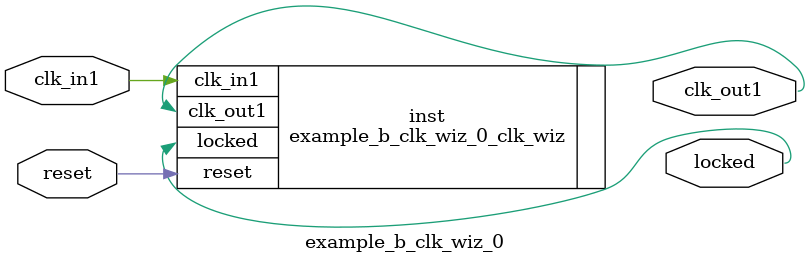
<source format=v>


`timescale 1ps/1ps

(* CORE_GENERATION_INFO = "example_b_clk_wiz_0,clk_wiz_v6_0_13_0_0,{component_name=example_b_clk_wiz_0,use_phase_alignment=true,use_min_o_jitter=false,use_max_i_jitter=false,use_dyn_phase_shift=false,use_inclk_switchover=false,use_dyn_reconfig=false,enable_axi=0,feedback_source=FDBK_AUTO,PRIMITIVE=MMCM,num_out_clk=1,clkin1_period=10.000,clkin2_period=10.000,use_power_down=false,use_reset=true,use_locked=true,use_inclk_stopped=false,feedback_type=SINGLE,CLOCK_MGR_TYPE=NA,manual_override=false}" *)

module example_b_clk_wiz_0 
 (
  // Clock out ports
  output        clk_out1,
  // Status and control signals
  input         reset,
  output        locked,
 // Clock in ports
  input         clk_in1
 );

  example_b_clk_wiz_0_clk_wiz inst
  (
  // Clock out ports  
  .clk_out1(clk_out1),
  // Status and control signals               
  .reset(reset), 
  .locked(locked),
 // Clock in ports
  .clk_in1(clk_in1)
  );

endmodule

</source>
